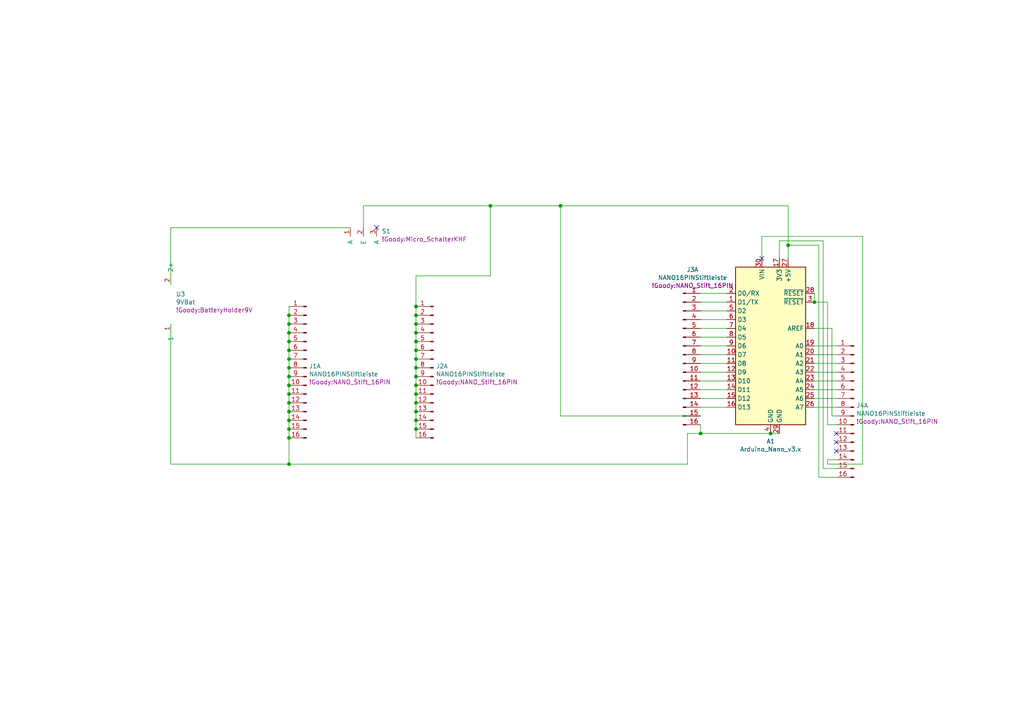
<source format=kicad_sch>
(kicad_sch (version 20230121) (generator eeschema)
  (paper "A4")
  (title_block (title "NANO Roboarm") (date "11.2023") (rev "V2.0"))
  (lib_symbols
    (symbol "MCU_Module:Arduino_Nano_v3.x"
      (property "Reference" "A" (at -10.16 23.495 0))
      (property "Value" "Arduino_Nano_v3.x" (at 5.08 -24.13 0))
      (symbol "Arduino_Nano_v3.x_1_1"
        (pin bidirectional line (at -12.7 12.7 0) (length 2.54) (name "D1/TX") (number "1"))
        (pin bidirectional line (at -12.7 -2.54 0) (length 2.54) (name "D7") (number "10"))
        (pin bidirectional line (at -12.7 -5.08 0) (length 2.54) (name "D8") (number "11"))
        (pin bidirectional line (at -12.7 -7.62 0) (length 2.54) (name "D9") (number "12"))
        (pin bidirectional line (at -12.7 -10.16 0) (length 2.54) (name "D10") (number "13"))
        (pin bidirectional line (at -12.7 -12.7 0) (length 2.54) (name "D11") (number "14"))
        (pin bidirectional line (at -12.7 -15.24 0) (length 2.54) (name "D12") (number "15"))
        (pin bidirectional line (at -12.7 -17.78 0) (length 2.54) (name "D13") (number "16"))
        (pin power_out line (at 2.54 25.4 270) (length 2.54) (name "3V3") (number "17"))
        (pin input line (at 12.7 5.08 180) (length 2.54) (name "AREF") (number "18"))
        (pin bidirectional line (at 12.7 0 180) (length 2.54) (name "A0") (number "19"))
        (pin bidirectional line (at -12.7 15.24 0) (length 2.54) (name "D0/RX") (number "2"))
        (pin bidirectional line (at 12.7 -2.54 180) (length 2.54) (name "A1") (number "20"))
        (pin bidirectional line (at 12.7 -5.08 180) (length 2.54) (name "A2") (number "21"))
        (pin bidirectional line (at 12.7 -7.62 180) (length 2.54) (name "A3") (number "22"))
        (pin bidirectional line (at 12.7 -10.16 180) (length 2.54) (name "A4") (number "23"))
        (pin bidirectional line (at 12.7 -12.7 180) (length 2.54) (name "A5") (number "24"))
        (pin bidirectional line (at 12.7 -15.24 180) (length 2.54) (name "A6") (number "25"))
        (pin bidirectional line (at 12.7 -17.78 180) (length 2.54) (name "A7") (number "26"))
        (pin power_out line (at 5.08 25.4 270) (length 2.54) (name "+5V") (number "27"))
        (pin input line (at 12.7 15.24 180) (length 2.54) (name "~{RESET}") (number "28"))
        (pin power_in line (at 2.54 -25.4 90) (length 2.54) (name "GND") (number "29"))
        (pin input line (at 12.7 12.7 180) (length 2.54) (name "~{RESET}") (number "3"))
        (pin power_in line (at -2.54 25.4 270) (length 2.54) (name "VIN") (number "30"))
        (pin power_in line (at 0 -25.4 90) (length 2.54) (name "GND") (number "4"))
        (pin bidirectional line (at -12.7 10.16 0) (length 2.54) (name "D2") (number "5"))
        (pin bidirectional line (at -12.7 7.62 0) (length 2.54) (name "D3") (number "6"))
        (pin bidirectional line (at -12.7 5.08 0) (length 2.54) (name "D4") (number "7"))
        (pin bidirectional line (at -12.7 2.54 0) (length 2.54) (name "D5") (number "8"))
        (pin bidirectional line (at -12.7 0 0) (length 2.54) (name "D6") (number "9"))
      )
    )
    (symbol "NANO_Bot-rescue:9VBat-KHF-LIB" (pin_names (offset 1.016))
      (property "Reference" "U" (at 0 0 0))
      (property "Value" "KHF-LIB_9VBat" (at -6.35 3.81 0))
      (property "Footprint" "KHF_LIB:9VBAT_khf" (at -11.43 0 0))
      (symbol "9VBat-KHF-LIB_1_1"
        (pin power_out line (at 0 -5.08 270) (length 2.54) (name "1") (number "1"))
        (pin power_out line (at 0 6.35 90) (length 2.54) (name "2+") (number "2"))
      )
    )
    (symbol "NANO_Bot-rescue:Micro_Schalter-KHF-LIB" (pin_names (offset 1.016))
      (property "Reference" "S" (at 0 0 0))
      (property "Footprint" "KHF_LIB:Micro_SchalterKHF" (at 0 0 0))
      (symbol "Micro_Schalter-KHF-LIB_1_1"
        (pin passive line (at -3.81 -2.54 270) (length 2.54) (name "A") (number "1"))
        (pin passive line (at 0 -2.54 270) (length 2.54) (name "E") (number "2"))
        (pin passive line (at 3.81 -2.54 270) (length 2.54) (name "A") (number "3"))
      )
    )
    (symbol "NANO_Bot-rescue:NANO16PINStiftleiste-KHF-LIB" (pin_names (offset 1.016) hide)
      (property "Reference" "J" (at 0 50.8 0))
      (property "Value" "KHF-LIB_NANO16PINStiftleiste" (at -24.13 11.43 0))
      (property "Footprint" "KHF_LIB:NANO_Stift_16PIN" (at 1.27 54.61 0))
      (symbol "NANO16PINStiftleiste-KHF-LIB_1_1"
        (pin passive line (at -5.08 48.26 0) (length 3.81) (name "Pin_1") (number "1"))
        (pin passive line (at -5.08 25.4 0) (length 3.81) (name "Pin_10") (number "10"))
        (pin passive line (at -5.08 22.86 0) (length 3.81) (name "Pin_11") (number "11"))
        (pin passive line (at -5.08 20.32 0) (length 3.81) (name "Pin_12") (number "12"))
        (pin passive line (at -5.08 17.78 0) (length 3.81) (name "Pin_13") (number "13"))
        (pin passive line (at -5.08 15.24 0) (length 3.81) (name "Pin_14") (number "14"))
        (pin passive line (at -5.08 12.7 0) (length 3.81) (name "Pin_15") (number "15"))
        (pin passive line (at -5.08 10.16 0) (length 3.81) (name "Pin_16") (number "16"))
        (pin passive line (at -5.08 45.72 0) (length 3.81) (name "Pin_2") (number "2"))
        (pin passive line (at -5.08 43.18 0) (length 3.81) (name "Pin_3") (number "3"))
        (pin passive line (at -5.08 40.64 0) (length 3.81) (name "Pin_4") (number "4"))
        (pin passive line (at -5.08 38.1 0) (length 3.81) (name "Pin_5") (number "5"))
        (pin passive line (at -5.08 35.56 0) (length 3.81) (name "Pin_6") (number "6"))
        (pin passive line (at -5.08 33.02 0) (length 3.81) (name "Pin_7") (number "7"))
        (pin passive line (at -5.08 30.48 0) (length 3.81) (name "Pin_8") (number "8"))
        (pin passive line (at -5.08 27.94 0) (length 3.81) (name "Pin_9") (number "9"))
      )
    )
  )
  (junction (at 83.82 116.84))
  (junction (at 83.82 104.14))
  (junction (at 83.82 124.46))
  (junction (at 83.82 121.92))
  (junction (at 120.65 99.06))
  (junction (at 83.82 93.98))
  (junction (at 83.82 114.3))
  (junction (at 228.6 71.12))
  (junction (at 83.82 127))
  (junction (at 83.82 101.6))
  (junction (at 120.65 121.92))
  (junction (at 120.65 88.9))
  (junction (at 83.82 109.22))
  (junction (at 83.82 91.44))
  (junction (at 120.65 104.14))
  (junction (at 120.65 111.76))
  (junction (at 83.82 134.62))
  (junction (at 120.65 119.38))
  (junction (at 223.52 125.73))
  (junction (at 83.82 106.68))
  (junction (at 142.24 59.69))
  (junction (at 120.65 114.3))
  (junction (at 120.65 106.68))
  (junction (at 83.82 96.52))
  (junction (at 120.65 101.6))
  (junction (at 83.82 111.76))
  (junction (at 120.65 109.22))
  (junction (at 120.65 91.44))
  (junction (at 83.82 99.06))
  (junction (at 120.65 93.98))
  (junction (at 83.82 119.38))
  (junction (at 120.65 116.84))
  (junction (at 203.2 125.73))
  (junction (at 162.56 59.69))
  (junction (at 120.65 96.52))
  (junction (at 236.22 87.63))
  (junction (at 120.65 124.46))
  (no_connect (at 220.98 74.93))
  (no_connect (at 109.22 66.04))
  (no_connect (at 242.57 130.81))
  (no_connect (at 242.57 128.27))
  (no_connect (at 242.57 125.73))
  (wire (pts (xy 162.56 59.69) (xy 228.6 59.69)))
  (wire (pts (xy 120.65 119.38) (xy 120.65 116.84)))
  (wire (pts (xy 120.65 111.76) (xy 120.65 109.22)))
  (wire (pts (xy 226.06 74.93) (xy 226.06 69.85)))
  (wire (pts (xy 49.53 93.98) (xy 49.53 134.62)))
  (wire (pts (xy 250.19 68.58) (xy 250.19 134.62)))
  (wire (pts (xy 220.98 68.58) (xy 250.19 68.58)))
  (wire (pts (xy 83.82 96.52) (xy 83.82 99.06)))
  (wire (pts (xy 228.6 59.69) (xy 228.6 71.12)))
  (wire (pts (xy 83.82 91.44) (xy 83.82 93.98)))
  (wire (pts (xy 226.06 125.73) (xy 223.52 125.73)))
  (wire (pts (xy 83.82 109.22) (xy 83.82 111.76)))
  (wire (pts (xy 120.65 88.9) (xy 120.65 80.01)))
  (wire (pts (xy 120.65 80.01) (xy 142.24 80.01)))
  (wire (pts (xy 203.2 87.63) (xy 210.82 87.63)))
  (wire (pts (xy 49.53 134.62) (xy 83.82 134.62)))
  (wire (pts (xy 120.65 116.84) (xy 120.65 114.3)))
  (wire (pts (xy 120.65 91.44) (xy 120.65 88.9)))
  (wire (pts (xy 241.3 95.25) (xy 241.3 120.65)))
  (wire (pts (xy 210.82 102.87) (xy 203.2 102.87)))
  (wire (pts (xy 203.2 120.65) (xy 162.56 120.65)))
  (wire (pts (xy 236.22 118.11) (xy 242.57 118.11)))
  (wire (pts (xy 228.6 71.12) (xy 237.49 71.12)))
  (wire (pts (xy 199.39 125.73) (xy 203.2 125.73)))
  (wire (pts (xy 210.82 95.25) (xy 203.2 95.25)))
  (wire (pts (xy 236.22 110.49) (xy 242.57 110.49)))
  (wire (pts (xy 203.2 123.19) (xy 203.2 125.73)))
  (wire (pts (xy 236.22 115.57) (xy 242.57 115.57)))
  (wire (pts (xy 83.82 99.06) (xy 83.82 101.6)))
  (wire (pts (xy 105.41 59.69) (xy 142.24 59.69)))
  (wire (pts (xy 105.41 66.04) (xy 105.41 59.69)))
  (wire (pts (xy 83.82 134.62) (xy 199.39 134.62)))
  (wire (pts (xy 83.82 127) (xy 83.82 134.62)))
  (wire (pts (xy 237.49 71.12) (xy 237.49 138.43)))
  (wire (pts (xy 120.65 99.06) (xy 120.65 101.6)))
  (wire (pts (xy 228.6 74.93) (xy 228.6 71.12)))
  (wire (pts (xy 236.22 107.95) (xy 242.57 107.95)))
  (wire (pts (xy 120.65 111.76) (xy 120.65 114.3)))
  (wire (pts (xy 83.82 119.38) (xy 83.82 121.92)))
  (wire (pts (xy 238.76 69.85) (xy 238.76 135.89)))
  (wire (pts (xy 236.22 113.03) (xy 242.57 113.03)))
  (wire (pts (xy 162.56 120.65) (xy 162.56 59.69)))
  (wire (pts (xy 220.98 74.93) (xy 220.98 68.58)))
  (wire (pts (xy 240.03 133.35) (xy 242.57 133.35)))
  (wire (pts (xy 210.82 90.17) (xy 203.2 90.17)))
  (wire (pts (xy 120.65 96.52) (xy 120.65 93.98)))
  (wire (pts (xy 199.39 134.62) (xy 199.39 125.73)))
  (wire (pts (xy 83.82 124.46) (xy 83.82 127)))
  (wire (pts (xy 83.82 88.9) (xy 83.82 91.44)))
  (wire (pts (xy 210.82 85.09) (xy 203.2 85.09)))
  (wire (pts (xy 120.65 104.14) (xy 120.65 101.6)))
  (wire (pts (xy 203.2 110.49) (xy 210.82 110.49)))
  (wire (pts (xy 210.82 107.95) (xy 203.2 107.95)))
  (wire (pts (xy 120.65 93.98) (xy 120.65 91.44)))
  (wire (pts (xy 120.65 106.68) (xy 120.65 104.14)))
  (wire (pts (xy 241.3 120.65) (xy 242.57 120.65)))
  (wire (pts (xy 120.65 127) (xy 120.65 124.46)))
  (wire (pts (xy 83.82 116.84) (xy 83.82 119.38)))
  (wire (pts (xy 203.2 115.57) (xy 210.82 115.57)))
  (wire (pts (xy 83.82 106.68) (xy 83.82 109.22)))
  (wire (pts (xy 49.53 82.55) (xy 49.53 66.04)))
  (wire (pts (xy 237.49 138.43) (xy 242.57 138.43)))
  (wire (pts (xy 49.53 66.04) (xy 101.6 66.04)))
  (wire (pts (xy 120.65 109.22) (xy 120.65 106.68)))
  (wire (pts (xy 83.82 121.92) (xy 83.82 124.46)))
  (wire (pts (xy 142.24 59.69) (xy 162.56 59.69)))
  (wire (pts (xy 236.22 105.41) (xy 242.57 105.41)))
  (wire (pts (xy 236.22 85.09) (xy 236.22 87.63)))
  (wire (pts (xy 250.19 134.62) (xy 240.03 134.62)))
  (wire (pts (xy 142.24 80.01) (xy 142.24 59.69)))
  (wire (pts (xy 236.22 95.25) (xy 241.3 95.25)))
  (wire (pts (xy 240.03 87.63) (xy 240.03 123.19)))
  (wire (pts (xy 240.03 134.62) (xy 240.03 133.35)))
  (wire (pts (xy 83.82 111.76) (xy 83.82 114.3)))
  (wire (pts (xy 120.65 99.06) (xy 120.65 96.52)))
  (wire (pts (xy 226.06 69.85) (xy 238.76 69.85)))
  (wire (pts (xy 83.82 114.3) (xy 83.82 116.84)))
  (wire (pts (xy 83.82 101.6) (xy 83.82 104.14)))
  (wire (pts (xy 120.65 124.46) (xy 120.65 121.92)))
  (wire (pts (xy 203.2 105.41) (xy 210.82 105.41)))
  (wire (pts (xy 120.65 121.92) (xy 120.65 119.38)))
  (wire (pts (xy 210.82 118.11) (xy 203.2 118.11)))
  (wire (pts (xy 238.76 135.89) (xy 242.57 135.89)))
  (wire (pts (xy 203.2 97.79) (xy 210.82 97.79)))
  (wire (pts (xy 236.22 87.63) (xy 240.03 87.63)))
  (wire (pts (xy 203.2 125.73) (xy 223.52 125.73)))
  (wire (pts (xy 203.2 92.71) (xy 210.82 92.71)))
  (wire (pts (xy 236.22 100.33) (xy 242.57 100.33)))
  (wire (pts (xy 210.82 113.03) (xy 203.2 113.03)))
  (wire (pts (xy 83.82 93.98) (xy 83.82 96.52)))
  (wire (pts (xy 83.82 104.14) (xy 83.82 106.68)))
  (wire (pts (xy 236.22 102.87) (xy 242.57 102.87)))
  (wire (pts (xy 240.03 123.19) (xy 242.57 123.19)))
  (wire (pts (xy 203.2 100.33) (xy 210.82 100.33)))
  (symbol (lib_id "MCU_Module:Arduino_Nano_v3.x") (at 223.52 100.33 0) (unit 1)
    (property "Reference" "A1" (at 223.52 127.9906 0))
    (property "Value" "Arduino_Nano_v3.x" (at 223.52 130.302 0))
    (property "Footprint" "Module:Arduino_Nano" (effects hide))
    (property "Datasheet" "http://www.mouser.com/pdfdocs/Gravitech_Arduino_Nano3_0.pdf" (effects hide))
  )
  (symbol (lib_id "NANO_Bot-rescue:9VBat-KHF-LIB") (at 49.53 88.9 0) (unit 1)
    (property "Reference" "U3" (at 51.0032 85.3186 0) (effects (justify left)))
    (property "Value" "9VBat" (at 51.0032 87.63 0) (effects (justify left)))
    (property "Footprint" "!Goody:BatteryHolder9V" (at 51.0032 89.9414 0) (effects (justify left)))
  )
  (symbol (lib_id "NANO_Bot-rescue:Micro_Schalter-KHF-LIB") (at 105.41 63.5 0) (unit 1)
    (property "Reference" "S1" (at 110.6932 67.0814 0) (effects (justify left)))
    (property "Value" "Micro_Schalter" (effects hide))
    (property "Footprint" "!Goody:Micro_SchalterKHF" (at 110.6932 69.3928 0) (effects (justify left)))
  )
  (symbol (lib_id "NANO_Bot-rescue:NANO16PINStiftleiste-KHF-LIB") (at 88.9 137.16 0) (unit 1)
    (property "Reference" "J1" (at 89.6112 106.1974 0) (effects (justify left)))
    (property "Value" "NANO16PINStiftleiste" (at 89.6112 108.5088 0) (effects (justify left)))
    (property "Footprint" "!Goody:NANO_Stift_16PIN" (at 89.6112 110.8202 0) (effects (justify left)))
  )
  (symbol (lib_id "NANO_Bot-rescue:NANO16PINStiftleiste-KHF-LIB") (at 125.73 137.16 0) (unit 1)
    (property "Reference" "J2" (at 126.4412 106.1974 0) (effects (justify left)))
    (property "Value" "NANO16PINStiftleiste" (at 126.4412 108.5088 0) (effects (justify left)))
    (property "Footprint" "!Goody:NANO_Stift_16PIN" (at 126.4412 110.8202 0) (effects (justify left)))
  )
  (symbol (lib_id "NANO_Bot-rescue:NANO16PINStiftleiste-KHF-LIB") (at 247.65 148.59 0) (unit 1)
    (property "Reference" "J4" (at 248.3612 117.6274 0) (effects (justify left)))
    (property "Value" "NANO16PINStiftleiste" (at 248.3612 119.9388 0) (effects (justify left)))
    (property "Footprint" "!Goody:NANO_Stift_16PIN" (at 248.3612 122.2502 0) (effects (justify left)))
  )
  (symbol (lib_id "NANO_Bot-rescue:NANO16PINStiftleiste-KHF-LIB") (at 198.12 133.35 0) (mirror y) (unit 1)
    (property "Reference" "J3" (at 200.8632 78.2066 0))
    (property "Value" "NANO16PINStiftleiste" (at 200.8632 80.518 0))
    (property "Footprint" "!Goody:NANO_Stift_16PIN" (at 200.8632 82.8294 0))
  )
)
</source>
